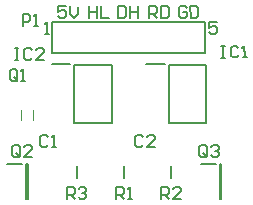
<source format=gto>
G04*
G04 #@! TF.GenerationSoftware,Altium Limited,Altium Designer,21.2.2 (38)*
G04*
G04 Layer_Color=65535*
%FSLAX42Y42*%
%MOMM*%
G71*
G04*
G04 #@! TF.SameCoordinates,3077339D-DC90-483C-9222-5C5CAF03B3EF*
G04*
G04*
G04 #@! TF.FilePolarity,Positive*
G04*
G01*
G75*
%ADD10C,0.10*%
%ADD11C,0.20*%
%ADD12C,0.15*%
%ADD13C,0.15*%
D10*
X280Y955D02*
G03*
X280Y945I0J-5D01*
G01*
D02*
G03*
X280Y955I0J5D01*
G01*
X230Y765D02*
Y845D01*
X330Y765D02*
Y845D01*
D11*
X493Y1238D02*
X645D01*
X680Y735D02*
Y1225D01*
Y735D02*
X1000D01*
Y1225D01*
X680D02*
X1000D01*
X273Y386D02*
X287D01*
Y94D02*
Y386D01*
X273Y94D02*
X287D01*
X273D02*
Y386D01*
X113Y390D02*
X238D01*
X1292Y1238D02*
X1445D01*
X1480Y735D02*
Y1225D01*
Y735D02*
X1800D01*
Y1225D01*
X1480D02*
X1800D01*
X1790Y1326D02*
Y1594D01*
X490D02*
X1790D01*
X490Y1326D02*
Y1594D01*
Y1326D02*
X1790D01*
X1913Y386D02*
X1927D01*
Y94D02*
Y386D01*
X1913Y94D02*
X1927D01*
X1913D02*
Y386D01*
X1753Y390D02*
X1878D01*
X1500Y267D02*
Y372D01*
X1100Y267D02*
Y372D01*
X700Y267D02*
Y372D01*
D12*
X1888Y1592D02*
X1820D01*
Y1541D01*
X1854Y1558D01*
X1871D01*
X1888Y1541D01*
Y1507D01*
X1871Y1490D01*
X1837D01*
X1820Y1507D01*
X430Y1490D02*
X464D01*
X447D01*
Y1592D01*
X430Y1575D01*
D13*
X1631Y1709D02*
X1614Y1726D01*
X1580Y1725D01*
X1564Y1708D01*
X1565Y1642D01*
X1581Y1625D01*
X1615Y1626D01*
X1631Y1643D01*
X1631Y1676D01*
X1598Y1676D01*
X1664Y1726D02*
X1665Y1626D01*
X1715Y1627D01*
X1731Y1644D01*
X1731Y1710D01*
X1714Y1727D01*
X1664Y1726D01*
X1315Y1625D02*
X1314Y1725D01*
X1364Y1726D01*
X1380Y1709D01*
X1381Y1676D01*
X1364Y1659D01*
X1314Y1658D01*
X1348Y1659D02*
X1381Y1626D01*
X1414Y1726D02*
X1415Y1626D01*
X1465Y1627D01*
X1481Y1644D01*
X1480Y1710D01*
X1464Y1727D01*
X1414Y1726D01*
X1055Y1725D02*
Y1625D01*
X1105D01*
X1122Y1642D01*
Y1708D01*
X1105Y1725D01*
X1055D01*
X1155D02*
Y1625D01*
Y1675D01*
X1222D01*
Y1725D01*
Y1625D01*
X807Y1725D02*
X805Y1625D01*
X806Y1675D01*
X873Y1674D01*
X873Y1724D01*
X872Y1624D01*
X906Y1723D02*
X905Y1623D01*
X972Y1623D01*
X614Y1723D02*
X547Y1725D01*
X546Y1675D01*
X580Y1691D01*
X597Y1690D01*
X613Y1673D01*
X612Y1640D01*
X595Y1624D01*
X562Y1624D01*
X546Y1641D01*
X647Y1723D02*
X646Y1656D01*
X679Y1622D01*
X713Y1655D01*
X714Y1721D01*
X175Y1370D02*
X208D01*
X192D01*
Y1270D01*
X175D01*
X208D01*
X325Y1353D02*
X308Y1370D01*
X275D01*
X258Y1353D01*
Y1287D01*
X275Y1270D01*
X308D01*
X325Y1287D01*
X425Y1270D02*
X358D01*
X425Y1337D01*
Y1353D01*
X408Y1370D01*
X375D01*
X358Y1353D01*
X617Y90D02*
Y190D01*
X667D01*
X683Y173D01*
Y140D01*
X667Y123D01*
X617D01*
X650D02*
X683Y90D01*
X717Y173D02*
X733Y190D01*
X767D01*
X783Y173D01*
Y157D01*
X767Y140D01*
X750D01*
X767D01*
X783Y123D01*
Y107D01*
X767Y90D01*
X733D01*
X717Y107D01*
X1417Y90D02*
Y190D01*
X1467D01*
X1483Y173D01*
Y140D01*
X1467Y123D01*
X1417D01*
X1450D02*
X1483Y90D01*
X1583D02*
X1517D01*
X1583Y157D01*
Y173D01*
X1567Y190D01*
X1533D01*
X1517Y173D01*
X1033Y90D02*
Y190D01*
X1083D01*
X1100Y173D01*
Y140D01*
X1083Y123D01*
X1033D01*
X1067D02*
X1100Y90D01*
X1133D02*
X1167D01*
X1150D01*
Y190D01*
X1133Y173D01*
X1803Y467D02*
Y533D01*
X1787Y550D01*
X1753D01*
X1737Y533D01*
Y467D01*
X1753Y450D01*
X1787D01*
X1770Y483D02*
X1803Y450D01*
X1787D02*
X1803Y467D01*
X1837Y533D02*
X1853Y550D01*
X1887D01*
X1903Y533D01*
Y517D01*
X1887Y500D01*
X1870D01*
X1887D01*
X1903Y483D01*
Y467D01*
X1887Y450D01*
X1853D01*
X1837Y467D01*
X223D02*
Y533D01*
X207Y550D01*
X173D01*
X157Y533D01*
Y467D01*
X173Y450D01*
X207D01*
X190Y483D02*
X223Y450D01*
X207D02*
X223Y467D01*
X323Y450D02*
X257D01*
X323Y517D01*
Y533D01*
X307Y550D01*
X273D01*
X257Y533D01*
X200Y1107D02*
Y1173D01*
X183Y1190D01*
X150D01*
X133Y1173D01*
Y1107D01*
X150Y1090D01*
X183D01*
X167Y1123D02*
X200Y1090D01*
X183D02*
X200Y1107D01*
X233Y1090D02*
X267D01*
X250D01*
Y1190D01*
X233Y1173D01*
X243Y1560D02*
Y1660D01*
X293D01*
X310Y1643D01*
Y1610D01*
X293Y1593D01*
X243D01*
X343Y1560D02*
X377D01*
X360D01*
Y1660D01*
X343Y1643D01*
X1921Y1389D02*
X1954Y1389D01*
X1938Y1389D01*
X1939Y1289D01*
X1922Y1289D01*
X1956Y1289D01*
X2071Y1374D02*
X2054Y1390D01*
X2021Y1390D01*
X2005Y1373D01*
X2005Y1306D01*
X2022Y1290D01*
X2056Y1290D01*
X2072Y1307D01*
X2106Y1291D02*
X2139Y1291D01*
X2122Y1291D01*
X2121Y1391D01*
X2105Y1374D01*
X1263Y613D02*
X1247Y630D01*
X1213D01*
X1197Y613D01*
Y547D01*
X1213Y530D01*
X1247D01*
X1263Y547D01*
X1363Y530D02*
X1297D01*
X1363Y597D01*
Y613D01*
X1347Y630D01*
X1313D01*
X1297Y613D01*
X460D02*
X443Y630D01*
X410D01*
X393Y613D01*
Y547D01*
X410Y530D01*
X443D01*
X460Y547D01*
X493Y530D02*
X527D01*
X510D01*
Y630D01*
X493Y613D01*
M02*

</source>
